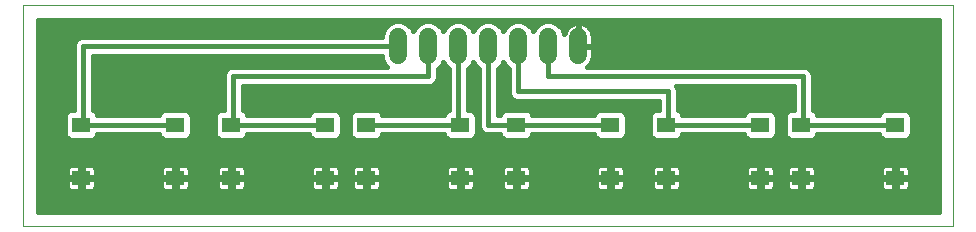
<source format=gtl>
G75*
%MOIN*%
%OFA0B0*%
%FSLAX25Y25*%
%IPPOS*%
%LPD*%
%AMOC8*
5,1,8,0,0,1.08239X$1,22.5*
%
%ADD10C,0.00000*%
%ADD11C,0.06000*%
%ADD12R,0.06102X0.05118*%
%ADD13C,0.01600*%
D10*
X0001367Y0001367D02*
X0001367Y0075068D01*
X0311288Y0075068D01*
X0311288Y0001367D01*
X0001367Y0001367D01*
D11*
X0126367Y0058367D02*
X0126367Y0064367D01*
X0136367Y0064367D02*
X0136367Y0058367D01*
X0146367Y0058367D02*
X0146367Y0064367D01*
X0156367Y0064367D02*
X0156367Y0058367D01*
X0166367Y0058367D02*
X0166367Y0064367D01*
X0176367Y0064367D02*
X0176367Y0058367D01*
X0186367Y0058367D02*
X0186367Y0064367D01*
D12*
X0197017Y0035225D03*
X0215717Y0035225D03*
X0247017Y0035225D03*
X0260717Y0035225D03*
X0292017Y0035225D03*
X0292017Y0017509D03*
X0260717Y0017509D03*
X0247017Y0017509D03*
X0215717Y0017509D03*
X0197017Y0017509D03*
X0165717Y0017509D03*
X0147017Y0017509D03*
X0115717Y0017509D03*
X0102017Y0017509D03*
X0070717Y0017509D03*
X0052017Y0017509D03*
X0020717Y0017509D03*
X0020717Y0035225D03*
X0052017Y0035225D03*
X0070717Y0035225D03*
X0102017Y0035225D03*
X0115717Y0035225D03*
X0147017Y0035225D03*
X0165717Y0035225D03*
D13*
X0156367Y0035225D01*
X0156367Y0061367D01*
X0146367Y0061367D02*
X0146367Y0035225D01*
X0147017Y0035225D01*
X0115717Y0035225D01*
X0110266Y0035493D02*
X0107468Y0035493D01*
X0107468Y0033895D02*
X0110266Y0033895D01*
X0110266Y0032296D02*
X0107468Y0032296D01*
X0107468Y0032189D02*
X0107468Y0038262D01*
X0107102Y0039144D01*
X0106427Y0039819D01*
X0105545Y0040184D01*
X0098488Y0040184D01*
X0097606Y0039819D01*
X0096931Y0039144D01*
X0096633Y0038425D01*
X0076101Y0038425D01*
X0075803Y0039144D01*
X0075128Y0039819D01*
X0074567Y0040051D01*
X0074567Y0048167D01*
X0137003Y0048167D01*
X0138180Y0048654D01*
X0139080Y0049554D01*
X0139567Y0050730D01*
X0139567Y0053930D01*
X0140945Y0055308D01*
X0141367Y0056327D01*
X0141789Y0055308D01*
X0143167Y0053930D01*
X0143167Y0040051D01*
X0142606Y0039819D01*
X0141931Y0039144D01*
X0141633Y0038425D01*
X0121101Y0038425D01*
X0120803Y0039144D01*
X0120128Y0039819D01*
X0119246Y0040184D01*
X0112189Y0040184D01*
X0111307Y0039819D01*
X0110632Y0039144D01*
X0110266Y0038262D01*
X0110266Y0032189D01*
X0110632Y0031307D01*
X0111307Y0030632D01*
X0112189Y0030266D01*
X0119246Y0030266D01*
X0120128Y0030632D01*
X0120803Y0031307D01*
X0121101Y0032025D01*
X0141633Y0032025D01*
X0141931Y0031307D01*
X0142606Y0030632D01*
X0143488Y0030266D01*
X0150545Y0030266D01*
X0151427Y0030632D01*
X0152102Y0031307D01*
X0152468Y0032189D01*
X0152468Y0038262D01*
X0152102Y0039144D01*
X0151427Y0039819D01*
X0150545Y0040184D01*
X0149567Y0040184D01*
X0149567Y0053930D01*
X0150945Y0055308D01*
X0151367Y0056327D01*
X0151789Y0055308D01*
X0153167Y0053930D01*
X0153167Y0034589D01*
X0153654Y0033413D01*
X0154554Y0032512D01*
X0155730Y0032025D01*
X0160334Y0032025D01*
X0160632Y0031307D01*
X0161307Y0030632D01*
X0162189Y0030266D01*
X0169246Y0030266D01*
X0170128Y0030632D01*
X0170803Y0031307D01*
X0171101Y0032025D01*
X0191633Y0032025D01*
X0191931Y0031307D01*
X0192606Y0030632D01*
X0193488Y0030266D01*
X0200545Y0030266D01*
X0201427Y0030632D01*
X0202102Y0031307D01*
X0202468Y0032189D01*
X0202468Y0038262D01*
X0202102Y0039144D01*
X0201427Y0039819D01*
X0200545Y0040184D01*
X0193488Y0040184D01*
X0192606Y0039819D01*
X0191931Y0039144D01*
X0191633Y0038425D01*
X0171101Y0038425D01*
X0170803Y0039144D01*
X0170128Y0039819D01*
X0169246Y0040184D01*
X0162189Y0040184D01*
X0161307Y0039819D01*
X0160632Y0039144D01*
X0160334Y0038425D01*
X0159567Y0038425D01*
X0159567Y0053930D01*
X0160945Y0055308D01*
X0161367Y0056327D01*
X0161789Y0055308D01*
X0163167Y0053930D01*
X0163167Y0045730D01*
X0163654Y0044554D01*
X0164554Y0043654D01*
X0165730Y0043167D01*
X0213167Y0043167D01*
X0213167Y0040184D01*
X0212189Y0040184D01*
X0211307Y0039819D01*
X0210632Y0039144D01*
X0210266Y0038262D01*
X0210266Y0032189D01*
X0210632Y0031307D01*
X0211307Y0030632D01*
X0212189Y0030266D01*
X0219246Y0030266D01*
X0220128Y0030632D01*
X0220803Y0031307D01*
X0221101Y0032025D01*
X0241633Y0032025D01*
X0241931Y0031307D01*
X0242606Y0030632D01*
X0243488Y0030266D01*
X0250545Y0030266D01*
X0251427Y0030632D01*
X0252102Y0031307D01*
X0252468Y0032189D01*
X0252468Y0038262D01*
X0252102Y0039144D01*
X0251427Y0039819D01*
X0250545Y0040184D01*
X0243488Y0040184D01*
X0242606Y0039819D01*
X0241931Y0039144D01*
X0241633Y0038425D01*
X0221101Y0038425D01*
X0220803Y0039144D01*
X0220128Y0039819D01*
X0219567Y0040051D01*
X0219567Y0047003D01*
X0219085Y0048167D01*
X0258167Y0048167D01*
X0258167Y0040184D01*
X0257189Y0040184D01*
X0256307Y0039819D01*
X0255632Y0039144D01*
X0255266Y0038262D01*
X0255266Y0032189D01*
X0255632Y0031307D01*
X0256307Y0030632D01*
X0257189Y0030266D01*
X0264246Y0030266D01*
X0265128Y0030632D01*
X0265803Y0031307D01*
X0266101Y0032025D01*
X0286633Y0032025D01*
X0286931Y0031307D01*
X0287606Y0030632D01*
X0288488Y0030266D01*
X0295545Y0030266D01*
X0296427Y0030632D01*
X0297102Y0031307D01*
X0297468Y0032189D01*
X0297468Y0038262D01*
X0297102Y0039144D01*
X0296427Y0039819D01*
X0295545Y0040184D01*
X0288488Y0040184D01*
X0287606Y0039819D01*
X0286931Y0039144D01*
X0286633Y0038425D01*
X0266101Y0038425D01*
X0265803Y0039144D01*
X0265128Y0039819D01*
X0264567Y0040051D01*
X0264567Y0052003D01*
X0264080Y0053180D01*
X0263180Y0054080D01*
X0262003Y0054567D01*
X0189303Y0054567D01*
X0189494Y0054706D01*
X0190028Y0055240D01*
X0190472Y0055851D01*
X0190815Y0056524D01*
X0191049Y0057243D01*
X0191167Y0057989D01*
X0191167Y0061167D01*
X0186567Y0061167D01*
X0186567Y0061567D01*
X0186167Y0061567D01*
X0186167Y0069167D01*
X0185989Y0069167D01*
X0185243Y0069049D01*
X0184524Y0068815D01*
X0183851Y0068472D01*
X0183240Y0068028D01*
X0182706Y0067494D01*
X0182262Y0066883D01*
X0181919Y0066209D01*
X0181712Y0065574D01*
X0180945Y0067426D01*
X0179426Y0068945D01*
X0177441Y0069767D01*
X0175293Y0069767D01*
X0173308Y0068945D01*
X0171789Y0067426D01*
X0171367Y0066407D01*
X0170945Y0067426D01*
X0169426Y0068945D01*
X0167441Y0069767D01*
X0165293Y0069767D01*
X0163308Y0068945D01*
X0161789Y0067426D01*
X0161367Y0066407D01*
X0160945Y0067426D01*
X0159426Y0068945D01*
X0157441Y0069767D01*
X0155293Y0069767D01*
X0153308Y0068945D01*
X0151789Y0067426D01*
X0151367Y0066407D01*
X0150945Y0067426D01*
X0149426Y0068945D01*
X0147441Y0069767D01*
X0145293Y0069767D01*
X0143308Y0068945D01*
X0141789Y0067426D01*
X0141367Y0066407D01*
X0140945Y0067426D01*
X0139426Y0068945D01*
X0137441Y0069767D01*
X0135293Y0069767D01*
X0133308Y0068945D01*
X0131789Y0067426D01*
X0131367Y0066407D01*
X0130945Y0067426D01*
X0129426Y0068945D01*
X0127441Y0069767D01*
X0125293Y0069767D01*
X0123308Y0068945D01*
X0121789Y0067426D01*
X0120967Y0065441D01*
X0120967Y0064567D01*
X0020730Y0064567D01*
X0019554Y0064080D01*
X0018654Y0063180D01*
X0018167Y0062003D01*
X0018167Y0040184D01*
X0017189Y0040184D01*
X0016307Y0039819D01*
X0015632Y0039144D01*
X0015266Y0038262D01*
X0015266Y0032189D01*
X0015632Y0031307D01*
X0016307Y0030632D01*
X0017189Y0030266D01*
X0024246Y0030266D01*
X0025128Y0030632D01*
X0025803Y0031307D01*
X0026101Y0032025D01*
X0046633Y0032025D01*
X0046931Y0031307D01*
X0047606Y0030632D01*
X0048488Y0030266D01*
X0055545Y0030266D01*
X0056427Y0030632D01*
X0057102Y0031307D01*
X0057468Y0032189D01*
X0057468Y0038262D01*
X0057102Y0039144D01*
X0056427Y0039819D01*
X0055545Y0040184D01*
X0048488Y0040184D01*
X0047606Y0039819D01*
X0046931Y0039144D01*
X0046633Y0038425D01*
X0026101Y0038425D01*
X0025803Y0039144D01*
X0025128Y0039819D01*
X0024567Y0040051D01*
X0024567Y0058167D01*
X0120967Y0058167D01*
X0120967Y0057293D01*
X0121789Y0055308D01*
X0122530Y0054567D01*
X0070730Y0054567D01*
X0069554Y0054080D01*
X0068654Y0053180D01*
X0068167Y0052003D01*
X0068167Y0040184D01*
X0067189Y0040184D01*
X0066307Y0039819D01*
X0065632Y0039144D01*
X0065266Y0038262D01*
X0065266Y0032189D01*
X0065632Y0031307D01*
X0066307Y0030632D01*
X0067189Y0030266D01*
X0074246Y0030266D01*
X0075128Y0030632D01*
X0075803Y0031307D01*
X0076101Y0032025D01*
X0096633Y0032025D01*
X0096931Y0031307D01*
X0097606Y0030632D01*
X0098488Y0030266D01*
X0105545Y0030266D01*
X0106427Y0030632D01*
X0107102Y0031307D01*
X0107468Y0032189D01*
X0106493Y0030697D02*
X0111241Y0030697D01*
X0120194Y0030697D02*
X0142540Y0030697D01*
X0151493Y0030697D02*
X0161241Y0030697D01*
X0155077Y0032296D02*
X0152468Y0032296D01*
X0152468Y0033895D02*
X0153454Y0033895D01*
X0153167Y0035493D02*
X0152468Y0035493D01*
X0152468Y0037092D02*
X0153167Y0037092D01*
X0153167Y0038690D02*
X0152290Y0038690D01*
X0153167Y0040289D02*
X0149567Y0040289D01*
X0149567Y0041887D02*
X0153167Y0041887D01*
X0153167Y0043486D02*
X0149567Y0043486D01*
X0149567Y0045084D02*
X0153167Y0045084D01*
X0159567Y0045084D02*
X0163435Y0045084D01*
X0164961Y0043486D02*
X0159567Y0043486D01*
X0159567Y0041887D02*
X0213167Y0041887D01*
X0213167Y0040289D02*
X0159567Y0040289D01*
X0159567Y0038690D02*
X0160444Y0038690D01*
X0170991Y0038690D02*
X0191743Y0038690D01*
X0202290Y0038690D02*
X0210444Y0038690D01*
X0210266Y0037092D02*
X0202468Y0037092D01*
X0202468Y0035493D02*
X0210266Y0035493D01*
X0215717Y0035225D02*
X0216367Y0035225D01*
X0216367Y0046367D01*
X0166367Y0046367D01*
X0166367Y0061367D01*
X0176367Y0061367D02*
X0176367Y0051367D01*
X0261367Y0051367D01*
X0261367Y0035225D01*
X0260717Y0035225D01*
X0292017Y0035225D01*
X0297468Y0035493D02*
X0306488Y0035493D01*
X0306488Y0033895D02*
X0297468Y0033895D01*
X0297468Y0032296D02*
X0306488Y0032296D01*
X0306488Y0030697D02*
X0296493Y0030697D01*
X0287540Y0030697D02*
X0265194Y0030697D01*
X0256241Y0030697D02*
X0251493Y0030697D01*
X0252468Y0032296D02*
X0255266Y0032296D01*
X0255266Y0033895D02*
X0252468Y0033895D01*
X0252468Y0035493D02*
X0255266Y0035493D01*
X0255266Y0037092D02*
X0252468Y0037092D01*
X0252290Y0038690D02*
X0255444Y0038690D01*
X0258167Y0040289D02*
X0219567Y0040289D01*
X0219567Y0041887D02*
X0258167Y0041887D01*
X0258167Y0043486D02*
X0219567Y0043486D01*
X0219567Y0045084D02*
X0258167Y0045084D01*
X0264567Y0045084D02*
X0306488Y0045084D01*
X0306488Y0043486D02*
X0264567Y0043486D01*
X0264567Y0041887D02*
X0306488Y0041887D01*
X0306488Y0040289D02*
X0264567Y0040289D01*
X0265991Y0038690D02*
X0286743Y0038690D01*
X0297290Y0038690D02*
X0306488Y0038690D01*
X0306488Y0037092D02*
X0297468Y0037092D01*
X0306488Y0029099D02*
X0006167Y0029099D01*
X0006167Y0030697D02*
X0016241Y0030697D01*
X0015266Y0032296D02*
X0006167Y0032296D01*
X0006167Y0033895D02*
X0015266Y0033895D01*
X0015266Y0035493D02*
X0006167Y0035493D01*
X0006167Y0037092D02*
X0015266Y0037092D01*
X0015444Y0038690D02*
X0006167Y0038690D01*
X0006167Y0040289D02*
X0018167Y0040289D01*
X0018167Y0041887D02*
X0006167Y0041887D01*
X0006167Y0043486D02*
X0018167Y0043486D01*
X0018167Y0045084D02*
X0006167Y0045084D01*
X0006167Y0046683D02*
X0018167Y0046683D01*
X0018167Y0048281D02*
X0006167Y0048281D01*
X0006167Y0049880D02*
X0018167Y0049880D01*
X0018167Y0051478D02*
X0006167Y0051478D01*
X0006167Y0053077D02*
X0018167Y0053077D01*
X0018167Y0054675D02*
X0006167Y0054675D01*
X0006167Y0056274D02*
X0018167Y0056274D01*
X0018167Y0057872D02*
X0006167Y0057872D01*
X0006167Y0059471D02*
X0018167Y0059471D01*
X0018167Y0061069D02*
X0006167Y0061069D01*
X0006167Y0062668D02*
X0018442Y0062668D01*
X0021367Y0061367D02*
X0126367Y0061367D01*
X0136367Y0061367D02*
X0136367Y0051367D01*
X0071367Y0051367D01*
X0071367Y0035225D01*
X0070717Y0035225D01*
X0102017Y0035225D01*
X0107468Y0037092D02*
X0110266Y0037092D01*
X0110444Y0038690D02*
X0107290Y0038690D01*
X0096743Y0038690D02*
X0075991Y0038690D01*
X0074567Y0040289D02*
X0143167Y0040289D01*
X0143167Y0041887D02*
X0074567Y0041887D01*
X0074567Y0043486D02*
X0143167Y0043486D01*
X0143167Y0045084D02*
X0074567Y0045084D01*
X0068167Y0045084D02*
X0024567Y0045084D01*
X0024567Y0043486D02*
X0068167Y0043486D01*
X0068167Y0041887D02*
X0024567Y0041887D01*
X0024567Y0040289D02*
X0068167Y0040289D01*
X0065444Y0038690D02*
X0057290Y0038690D01*
X0057468Y0037092D02*
X0065266Y0037092D01*
X0065266Y0035493D02*
X0057468Y0035493D01*
X0057468Y0033895D02*
X0065266Y0033895D01*
X0065266Y0032296D02*
X0057468Y0032296D01*
X0056493Y0030697D02*
X0066241Y0030697D01*
X0075194Y0030697D02*
X0097540Y0030697D01*
X0120991Y0038690D02*
X0141743Y0038690D01*
X0165717Y0035225D02*
X0197017Y0035225D01*
X0202468Y0033895D02*
X0210266Y0033895D01*
X0210266Y0032296D02*
X0202468Y0032296D01*
X0201493Y0030697D02*
X0211241Y0030697D01*
X0220194Y0030697D02*
X0242540Y0030697D01*
X0247017Y0035225D02*
X0215717Y0035225D01*
X0220991Y0038690D02*
X0241743Y0038690D01*
X0258167Y0046683D02*
X0219567Y0046683D01*
X0189452Y0054675D02*
X0306488Y0054675D01*
X0306488Y0053077D02*
X0264122Y0053077D01*
X0264567Y0051478D02*
X0306488Y0051478D01*
X0306488Y0049880D02*
X0264567Y0049880D01*
X0264567Y0048281D02*
X0306488Y0048281D01*
X0306488Y0046683D02*
X0264567Y0046683D01*
X0306488Y0056274D02*
X0190688Y0056274D01*
X0191148Y0057872D02*
X0306488Y0057872D01*
X0306488Y0059471D02*
X0191167Y0059471D01*
X0191167Y0061069D02*
X0306488Y0061069D01*
X0306367Y0061367D02*
X0186367Y0061367D01*
X0186567Y0061567D02*
X0186567Y0069167D01*
X0186745Y0069167D01*
X0187491Y0069049D01*
X0188209Y0068815D01*
X0188883Y0068472D01*
X0189494Y0068028D01*
X0190028Y0067494D01*
X0190472Y0066883D01*
X0190815Y0066209D01*
X0191049Y0065491D01*
X0191167Y0064745D01*
X0191167Y0061567D01*
X0186567Y0061567D01*
X0186567Y0062668D02*
X0186167Y0062668D01*
X0191167Y0062668D02*
X0306488Y0062668D01*
X0306367Y0061367D02*
X0306367Y0017509D01*
X0292017Y0017509D01*
X0260717Y0017509D01*
X0247017Y0017509D01*
X0215717Y0017509D01*
X0197017Y0017509D01*
X0165717Y0017509D01*
X0147017Y0017509D01*
X0115717Y0017509D01*
X0102017Y0017509D01*
X0070717Y0017509D01*
X0052017Y0017509D01*
X0020717Y0017509D01*
X0020238Y0017909D02*
X0006167Y0017909D01*
X0006167Y0016311D02*
X0015866Y0016311D01*
X0015866Y0017029D02*
X0015866Y0014713D01*
X0015989Y0014255D01*
X0016226Y0013844D01*
X0016561Y0013509D01*
X0016971Y0013272D01*
X0017429Y0013150D01*
X0020238Y0013150D01*
X0020238Y0017029D01*
X0021197Y0017029D01*
X0021197Y0017988D01*
X0025568Y0017988D01*
X0025568Y0020305D01*
X0025446Y0020762D01*
X0025209Y0021173D01*
X0024874Y0021508D01*
X0024463Y0021745D01*
X0024005Y0021868D01*
X0021197Y0021868D01*
X0021197Y0017988D01*
X0020238Y0017988D01*
X0020238Y0017029D01*
X0015866Y0017029D01*
X0015866Y0017988D02*
X0020238Y0017988D01*
X0020238Y0021868D01*
X0017429Y0021868D01*
X0016971Y0021745D01*
X0016561Y0021508D01*
X0016226Y0021173D01*
X0015989Y0020762D01*
X0015866Y0020305D01*
X0015866Y0017988D01*
X0021197Y0017909D02*
X0051537Y0017909D01*
X0051537Y0017988D02*
X0051537Y0017029D01*
X0052496Y0017029D01*
X0052496Y0013150D01*
X0055305Y0013150D01*
X0055762Y0013272D01*
X0056173Y0013509D01*
X0056508Y0013844D01*
X0056745Y0014255D01*
X0056868Y0014713D01*
X0056868Y0017029D01*
X0052496Y0017029D01*
X0052496Y0017988D01*
X0056868Y0017988D01*
X0056868Y0020305D01*
X0056745Y0020762D01*
X0056508Y0021173D01*
X0056173Y0021508D01*
X0055762Y0021745D01*
X0055305Y0021868D01*
X0052496Y0021868D01*
X0052496Y0017988D01*
X0051537Y0017988D01*
X0047165Y0017988D01*
X0047165Y0020305D01*
X0047288Y0020762D01*
X0047525Y0021173D01*
X0047860Y0021508D01*
X0048271Y0021745D01*
X0048728Y0021868D01*
X0051537Y0021868D01*
X0051537Y0017988D01*
X0051537Y0017029D02*
X0047165Y0017029D01*
X0047165Y0014713D01*
X0047288Y0014255D01*
X0047525Y0013844D01*
X0047860Y0013509D01*
X0048271Y0013272D01*
X0048728Y0013150D01*
X0051537Y0013150D01*
X0051537Y0017029D01*
X0051537Y0016311D02*
X0052496Y0016311D01*
X0047165Y0016311D02*
X0025568Y0016311D01*
X0025568Y0017029D02*
X0021197Y0017029D01*
X0021197Y0013150D01*
X0024005Y0013150D01*
X0024463Y0013272D01*
X0024874Y0013509D01*
X0025209Y0013844D01*
X0025446Y0014255D01*
X0025568Y0014713D01*
X0025568Y0017029D01*
X0021197Y0016311D02*
X0020238Y0016311D01*
X0020238Y0014712D02*
X0021197Y0014712D01*
X0015866Y0014712D02*
X0006167Y0014712D01*
X0006167Y0013114D02*
X0306488Y0013114D01*
X0306488Y0014712D02*
X0296868Y0014712D01*
X0296868Y0014713D02*
X0296868Y0017029D01*
X0292496Y0017029D01*
X0292496Y0013150D01*
X0295305Y0013150D01*
X0295762Y0013272D01*
X0296173Y0013509D01*
X0296508Y0013844D01*
X0296745Y0014255D01*
X0296868Y0014713D01*
X0292496Y0014712D02*
X0291537Y0014712D01*
X0291537Y0013150D02*
X0288728Y0013150D01*
X0288271Y0013272D01*
X0287860Y0013509D01*
X0287525Y0013844D01*
X0287288Y0014255D01*
X0287165Y0014713D01*
X0287165Y0017029D01*
X0291537Y0017029D01*
X0292496Y0017029D01*
X0292496Y0017988D01*
X0296868Y0017988D01*
X0296868Y0020305D01*
X0296745Y0020762D01*
X0296508Y0021173D01*
X0296173Y0021508D01*
X0295762Y0021745D01*
X0295305Y0021868D01*
X0292496Y0021868D01*
X0292496Y0017988D01*
X0291537Y0017988D01*
X0291537Y0017029D01*
X0291537Y0013150D01*
X0287165Y0014712D02*
X0265568Y0014712D01*
X0265568Y0014713D02*
X0265568Y0017029D01*
X0261197Y0017029D01*
X0261197Y0017988D01*
X0265568Y0017988D01*
X0265568Y0020305D01*
X0265446Y0020762D01*
X0265209Y0021173D01*
X0264874Y0021508D01*
X0264463Y0021745D01*
X0264005Y0021868D01*
X0261197Y0021868D01*
X0261197Y0017988D01*
X0260238Y0017988D01*
X0260238Y0017029D01*
X0261197Y0017029D01*
X0261197Y0013150D01*
X0264005Y0013150D01*
X0264463Y0013272D01*
X0264874Y0013509D01*
X0265209Y0013844D01*
X0265446Y0014255D01*
X0265568Y0014713D01*
X0261197Y0014712D02*
X0260238Y0014712D01*
X0260238Y0013150D02*
X0257429Y0013150D01*
X0256971Y0013272D01*
X0256561Y0013509D01*
X0256226Y0013844D01*
X0255989Y0014255D01*
X0255866Y0014713D01*
X0255866Y0017029D01*
X0260238Y0017029D01*
X0260238Y0013150D01*
X0255866Y0014712D02*
X0251868Y0014712D01*
X0251868Y0014713D02*
X0251868Y0017029D01*
X0247496Y0017029D01*
X0247496Y0013150D01*
X0250305Y0013150D01*
X0250762Y0013272D01*
X0251173Y0013509D01*
X0251508Y0013844D01*
X0251745Y0014255D01*
X0251868Y0014713D01*
X0251868Y0016311D02*
X0255866Y0016311D01*
X0255866Y0017988D02*
X0260238Y0017988D01*
X0260238Y0021868D01*
X0257429Y0021868D01*
X0256971Y0021745D01*
X0256561Y0021508D01*
X0256226Y0021173D01*
X0255989Y0020762D01*
X0255866Y0020305D01*
X0255866Y0017988D01*
X0251868Y0017988D02*
X0251868Y0020305D01*
X0251745Y0020762D01*
X0251508Y0021173D01*
X0251173Y0021508D01*
X0250762Y0021745D01*
X0250305Y0021868D01*
X0247496Y0021868D01*
X0247496Y0017988D01*
X0251868Y0017988D01*
X0251868Y0019508D02*
X0255866Y0019508D01*
X0256187Y0021106D02*
X0251546Y0021106D01*
X0247496Y0021106D02*
X0246537Y0021106D01*
X0246537Y0021868D02*
X0243728Y0021868D01*
X0243271Y0021745D01*
X0242860Y0021508D01*
X0242525Y0021173D01*
X0242288Y0020762D01*
X0242165Y0020305D01*
X0242165Y0017988D01*
X0246537Y0017988D01*
X0246537Y0017029D01*
X0247496Y0017029D01*
X0247496Y0017988D01*
X0246537Y0017988D01*
X0246537Y0021868D01*
X0242487Y0021106D02*
X0220247Y0021106D01*
X0220209Y0021173D02*
X0219874Y0021508D01*
X0219463Y0021745D01*
X0219005Y0021868D01*
X0216197Y0021868D01*
X0216197Y0017988D01*
X0220568Y0017988D01*
X0220568Y0020305D01*
X0220446Y0020762D01*
X0220209Y0021173D01*
X0220568Y0019508D02*
X0242165Y0019508D01*
X0246537Y0019508D02*
X0247496Y0019508D01*
X0247496Y0017909D02*
X0260238Y0017909D01*
X0261197Y0017909D02*
X0291537Y0017909D01*
X0291537Y0017988D02*
X0287165Y0017988D01*
X0287165Y0020305D01*
X0287288Y0020762D01*
X0287525Y0021173D01*
X0287860Y0021508D01*
X0288271Y0021745D01*
X0288728Y0021868D01*
X0291537Y0021868D01*
X0291537Y0017988D01*
X0292496Y0017909D02*
X0306488Y0017909D01*
X0306488Y0016311D02*
X0296868Y0016311D01*
X0292496Y0016311D02*
X0291537Y0016311D01*
X0287165Y0016311D02*
X0265568Y0016311D01*
X0261197Y0016311D02*
X0260238Y0016311D01*
X0260238Y0019508D02*
X0261197Y0019508D01*
X0265568Y0019508D02*
X0287165Y0019508D01*
X0287487Y0021106D02*
X0265247Y0021106D01*
X0261197Y0021106D02*
X0260238Y0021106D01*
X0246537Y0017909D02*
X0216197Y0017909D01*
X0216197Y0017988D02*
X0216197Y0017029D01*
X0220568Y0017029D01*
X0220568Y0014713D01*
X0220446Y0014255D01*
X0220209Y0013844D01*
X0219874Y0013509D01*
X0219463Y0013272D01*
X0219005Y0013150D01*
X0216197Y0013150D01*
X0216197Y0017029D01*
X0215238Y0017029D01*
X0215238Y0013150D01*
X0212429Y0013150D01*
X0211971Y0013272D01*
X0211561Y0013509D01*
X0211226Y0013844D01*
X0210989Y0014255D01*
X0210866Y0014713D01*
X0210866Y0017029D01*
X0215238Y0017029D01*
X0215238Y0017988D01*
X0210866Y0017988D01*
X0210866Y0020305D01*
X0210989Y0020762D01*
X0211226Y0021173D01*
X0211561Y0021508D01*
X0211971Y0021745D01*
X0212429Y0021868D01*
X0215238Y0021868D01*
X0215238Y0017988D01*
X0216197Y0017988D01*
X0215238Y0017909D02*
X0197496Y0017909D01*
X0197496Y0017988D02*
X0201868Y0017988D01*
X0201868Y0020305D01*
X0201745Y0020762D01*
X0201508Y0021173D01*
X0201173Y0021508D01*
X0200762Y0021745D01*
X0200305Y0021868D01*
X0197496Y0021868D01*
X0197496Y0017988D01*
X0197496Y0017029D01*
X0197496Y0013150D01*
X0200305Y0013150D01*
X0200762Y0013272D01*
X0201173Y0013509D01*
X0201508Y0013844D01*
X0201745Y0014255D01*
X0201868Y0014713D01*
X0201868Y0017029D01*
X0197496Y0017029D01*
X0196537Y0017029D01*
X0196537Y0013150D01*
X0193728Y0013150D01*
X0193271Y0013272D01*
X0192860Y0013509D01*
X0192525Y0013844D01*
X0192288Y0014255D01*
X0192165Y0014713D01*
X0192165Y0017029D01*
X0196537Y0017029D01*
X0196537Y0017988D01*
X0192165Y0017988D01*
X0192165Y0020305D01*
X0192288Y0020762D01*
X0192525Y0021173D01*
X0192860Y0021508D01*
X0193271Y0021745D01*
X0193728Y0021868D01*
X0196537Y0021868D01*
X0196537Y0017988D01*
X0197496Y0017988D01*
X0196537Y0017909D02*
X0166197Y0017909D01*
X0166197Y0017988D02*
X0170568Y0017988D01*
X0170568Y0020305D01*
X0170446Y0020762D01*
X0170209Y0021173D01*
X0169874Y0021508D01*
X0169463Y0021745D01*
X0169005Y0021868D01*
X0166197Y0021868D01*
X0166197Y0017988D01*
X0166197Y0017029D01*
X0170568Y0017029D01*
X0170568Y0014713D01*
X0170446Y0014255D01*
X0170209Y0013844D01*
X0169874Y0013509D01*
X0169463Y0013272D01*
X0169005Y0013150D01*
X0166197Y0013150D01*
X0166197Y0017029D01*
X0165238Y0017029D01*
X0165238Y0013150D01*
X0162429Y0013150D01*
X0161971Y0013272D01*
X0161561Y0013509D01*
X0161226Y0013844D01*
X0160989Y0014255D01*
X0160866Y0014713D01*
X0160866Y0017029D01*
X0165238Y0017029D01*
X0165238Y0017988D01*
X0160866Y0017988D01*
X0160866Y0020305D01*
X0160989Y0020762D01*
X0161226Y0021173D01*
X0161561Y0021508D01*
X0161971Y0021745D01*
X0162429Y0021868D01*
X0165238Y0021868D01*
X0165238Y0017988D01*
X0166197Y0017988D01*
X0165238Y0017909D02*
X0147496Y0017909D01*
X0147496Y0017988D02*
X0151868Y0017988D01*
X0151868Y0020305D01*
X0151745Y0020762D01*
X0151508Y0021173D01*
X0151173Y0021508D01*
X0150762Y0021745D01*
X0150305Y0021868D01*
X0147496Y0021868D01*
X0147496Y0017988D01*
X0147496Y0017029D01*
X0147496Y0013150D01*
X0150305Y0013150D01*
X0150762Y0013272D01*
X0151173Y0013509D01*
X0151508Y0013844D01*
X0151745Y0014255D01*
X0151868Y0014713D01*
X0151868Y0017029D01*
X0147496Y0017029D01*
X0146537Y0017029D01*
X0146537Y0013150D01*
X0143728Y0013150D01*
X0143271Y0013272D01*
X0142860Y0013509D01*
X0142525Y0013844D01*
X0142288Y0014255D01*
X0142165Y0014713D01*
X0142165Y0017029D01*
X0146537Y0017029D01*
X0146537Y0017988D01*
X0142165Y0017988D01*
X0142165Y0020305D01*
X0142288Y0020762D01*
X0142525Y0021173D01*
X0142860Y0021508D01*
X0143271Y0021745D01*
X0143728Y0021868D01*
X0146537Y0021868D01*
X0146537Y0017988D01*
X0147496Y0017988D01*
X0146537Y0017909D02*
X0116197Y0017909D01*
X0116197Y0017988D02*
X0120568Y0017988D01*
X0120568Y0020305D01*
X0120446Y0020762D01*
X0120209Y0021173D01*
X0119874Y0021508D01*
X0119463Y0021745D01*
X0119005Y0021868D01*
X0116197Y0021868D01*
X0116197Y0017988D01*
X0116197Y0017029D01*
X0120568Y0017029D01*
X0120568Y0014713D01*
X0120446Y0014255D01*
X0120209Y0013844D01*
X0119874Y0013509D01*
X0119463Y0013272D01*
X0119005Y0013150D01*
X0116197Y0013150D01*
X0116197Y0017029D01*
X0115238Y0017029D01*
X0115238Y0013150D01*
X0112429Y0013150D01*
X0111971Y0013272D01*
X0111561Y0013509D01*
X0111226Y0013844D01*
X0110989Y0014255D01*
X0110866Y0014713D01*
X0110866Y0017029D01*
X0115238Y0017029D01*
X0115238Y0017988D01*
X0110866Y0017988D01*
X0110866Y0020305D01*
X0110989Y0020762D01*
X0111226Y0021173D01*
X0111561Y0021508D01*
X0111971Y0021745D01*
X0112429Y0021868D01*
X0115238Y0021868D01*
X0115238Y0017988D01*
X0116197Y0017988D01*
X0115238Y0017909D02*
X0102496Y0017909D01*
X0102496Y0017988D02*
X0106868Y0017988D01*
X0106868Y0020305D01*
X0106745Y0020762D01*
X0106508Y0021173D01*
X0106173Y0021508D01*
X0105762Y0021745D01*
X0105305Y0021868D01*
X0102496Y0021868D01*
X0102496Y0017988D01*
X0102496Y0017029D01*
X0102496Y0013150D01*
X0105305Y0013150D01*
X0105762Y0013272D01*
X0106173Y0013509D01*
X0106508Y0013844D01*
X0106745Y0014255D01*
X0106868Y0014713D01*
X0106868Y0017029D01*
X0102496Y0017029D01*
X0101537Y0017029D01*
X0101537Y0013150D01*
X0098728Y0013150D01*
X0098271Y0013272D01*
X0097860Y0013509D01*
X0097525Y0013844D01*
X0097288Y0014255D01*
X0097165Y0014713D01*
X0097165Y0017029D01*
X0101537Y0017029D01*
X0101537Y0017988D01*
X0097165Y0017988D01*
X0097165Y0020305D01*
X0097288Y0020762D01*
X0097525Y0021173D01*
X0097860Y0021508D01*
X0098271Y0021745D01*
X0098728Y0021868D01*
X0101537Y0021868D01*
X0101537Y0017988D01*
X0102496Y0017988D01*
X0101537Y0017909D02*
X0071197Y0017909D01*
X0071197Y0017988D02*
X0075568Y0017988D01*
X0075568Y0020305D01*
X0075446Y0020762D01*
X0075209Y0021173D01*
X0074874Y0021508D01*
X0074463Y0021745D01*
X0074005Y0021868D01*
X0071197Y0021868D01*
X0071197Y0017988D01*
X0071197Y0017029D01*
X0075568Y0017029D01*
X0075568Y0014713D01*
X0075446Y0014255D01*
X0075209Y0013844D01*
X0074874Y0013509D01*
X0074463Y0013272D01*
X0074005Y0013150D01*
X0071197Y0013150D01*
X0071197Y0017029D01*
X0070238Y0017029D01*
X0070238Y0013150D01*
X0067429Y0013150D01*
X0066971Y0013272D01*
X0066561Y0013509D01*
X0066226Y0013844D01*
X0065989Y0014255D01*
X0065866Y0014713D01*
X0065866Y0017029D01*
X0070238Y0017029D01*
X0070238Y0017988D01*
X0065866Y0017988D01*
X0065866Y0020305D01*
X0065989Y0020762D01*
X0066226Y0021173D01*
X0066561Y0021508D01*
X0066971Y0021745D01*
X0067429Y0021868D01*
X0070238Y0021868D01*
X0070238Y0017988D01*
X0071197Y0017988D01*
X0070238Y0017909D02*
X0052496Y0017909D01*
X0052496Y0019508D02*
X0051537Y0019508D01*
X0047165Y0019508D02*
X0025568Y0019508D01*
X0025247Y0021106D02*
X0047487Y0021106D01*
X0051537Y0021106D02*
X0052496Y0021106D01*
X0056546Y0021106D02*
X0066187Y0021106D01*
X0070238Y0021106D02*
X0071197Y0021106D01*
X0071197Y0019508D02*
X0070238Y0019508D01*
X0065866Y0019508D02*
X0056868Y0019508D01*
X0056868Y0016311D02*
X0065866Y0016311D01*
X0070238Y0016311D02*
X0071197Y0016311D01*
X0071197Y0014712D02*
X0070238Y0014712D01*
X0065866Y0014712D02*
X0056868Y0014712D01*
X0052496Y0014712D02*
X0051537Y0014712D01*
X0047165Y0014712D02*
X0025568Y0014712D01*
X0021197Y0019508D02*
X0020238Y0019508D01*
X0015866Y0019508D02*
X0006167Y0019508D01*
X0006167Y0021106D02*
X0016187Y0021106D01*
X0020238Y0021106D02*
X0021197Y0021106D01*
X0006167Y0022705D02*
X0306488Y0022705D01*
X0306488Y0024303D02*
X0006167Y0024303D01*
X0006167Y0025902D02*
X0306488Y0025902D01*
X0306488Y0027500D02*
X0006167Y0027500D01*
X0025194Y0030697D02*
X0047540Y0030697D01*
X0052017Y0035225D02*
X0020717Y0035225D01*
X0021367Y0035225D01*
X0021367Y0061367D01*
X0020004Y0064266D02*
X0006167Y0064266D01*
X0006167Y0065865D02*
X0121142Y0065865D01*
X0121826Y0067463D02*
X0006167Y0067463D01*
X0006167Y0069062D02*
X0123590Y0069062D01*
X0129143Y0069062D02*
X0133590Y0069062D01*
X0131826Y0067463D02*
X0130907Y0067463D01*
X0139143Y0069062D02*
X0143590Y0069062D01*
X0141826Y0067463D02*
X0140907Y0067463D01*
X0149143Y0069062D02*
X0153590Y0069062D01*
X0159143Y0069062D02*
X0163590Y0069062D01*
X0169143Y0069062D02*
X0173590Y0069062D01*
X0171826Y0067463D02*
X0170907Y0067463D01*
X0179143Y0069062D02*
X0185325Y0069062D01*
X0186167Y0069062D02*
X0186567Y0069062D01*
X0187409Y0069062D02*
X0306488Y0069062D01*
X0306488Y0070268D02*
X0006167Y0070268D01*
X0006167Y0006167D01*
X0306488Y0006167D01*
X0306488Y0070268D01*
X0306488Y0067463D02*
X0190050Y0067463D01*
X0186567Y0067463D02*
X0186167Y0067463D01*
X0182683Y0067463D02*
X0180907Y0067463D01*
X0181591Y0065865D02*
X0181807Y0065865D01*
X0186167Y0065865D02*
X0186567Y0065865D01*
X0190927Y0065865D02*
X0306488Y0065865D01*
X0306488Y0064266D02*
X0191167Y0064266D01*
X0186567Y0064266D02*
X0186167Y0064266D01*
X0161826Y0067463D02*
X0160907Y0067463D01*
X0151826Y0067463D02*
X0150907Y0067463D01*
X0120967Y0057872D02*
X0024567Y0057872D01*
X0024567Y0056274D02*
X0121389Y0056274D01*
X0122422Y0054675D02*
X0024567Y0054675D01*
X0024567Y0053077D02*
X0068611Y0053077D01*
X0068167Y0051478D02*
X0024567Y0051478D01*
X0024567Y0049880D02*
X0068167Y0049880D01*
X0068167Y0048281D02*
X0024567Y0048281D01*
X0024567Y0046683D02*
X0068167Y0046683D01*
X0074567Y0046683D02*
X0143167Y0046683D01*
X0143167Y0048281D02*
X0137279Y0048281D01*
X0139215Y0049880D02*
X0143167Y0049880D01*
X0143167Y0051478D02*
X0139567Y0051478D01*
X0139567Y0053077D02*
X0143167Y0053077D01*
X0142422Y0054675D02*
X0140312Y0054675D01*
X0141345Y0056274D02*
X0141389Y0056274D01*
X0150312Y0054675D02*
X0152422Y0054675D01*
X0153167Y0053077D02*
X0149567Y0053077D01*
X0149567Y0051478D02*
X0153167Y0051478D01*
X0153167Y0049880D02*
X0149567Y0049880D01*
X0149567Y0048281D02*
X0153167Y0048281D01*
X0153167Y0046683D02*
X0149567Y0046683D01*
X0159567Y0046683D02*
X0163167Y0046683D01*
X0163167Y0048281D02*
X0159567Y0048281D01*
X0159567Y0049880D02*
X0163167Y0049880D01*
X0163167Y0051478D02*
X0159567Y0051478D01*
X0159567Y0053077D02*
X0163167Y0053077D01*
X0162422Y0054675D02*
X0160312Y0054675D01*
X0161345Y0056274D02*
X0161389Y0056274D01*
X0151389Y0056274D02*
X0151345Y0056274D01*
X0170194Y0030697D02*
X0192540Y0030697D01*
X0192487Y0021106D02*
X0170247Y0021106D01*
X0166197Y0021106D02*
X0165238Y0021106D01*
X0161187Y0021106D02*
X0151546Y0021106D01*
X0147496Y0021106D02*
X0146537Y0021106D01*
X0142487Y0021106D02*
X0120247Y0021106D01*
X0116197Y0021106D02*
X0115238Y0021106D01*
X0111187Y0021106D02*
X0106546Y0021106D01*
X0102496Y0021106D02*
X0101537Y0021106D01*
X0097487Y0021106D02*
X0075247Y0021106D01*
X0075568Y0019508D02*
X0097165Y0019508D01*
X0101537Y0019508D02*
X0102496Y0019508D01*
X0106868Y0019508D02*
X0110866Y0019508D01*
X0115238Y0019508D02*
X0116197Y0019508D01*
X0120568Y0019508D02*
X0142165Y0019508D01*
X0146537Y0019508D02*
X0147496Y0019508D01*
X0151868Y0019508D02*
X0160866Y0019508D01*
X0165238Y0019508D02*
X0166197Y0019508D01*
X0170568Y0019508D02*
X0192165Y0019508D01*
X0196537Y0019508D02*
X0197496Y0019508D01*
X0201868Y0019508D02*
X0210866Y0019508D01*
X0215238Y0019508D02*
X0216197Y0019508D01*
X0216197Y0021106D02*
X0215238Y0021106D01*
X0211187Y0021106D02*
X0201546Y0021106D01*
X0197496Y0021106D02*
X0196537Y0021106D01*
X0196537Y0016311D02*
X0197496Y0016311D01*
X0201868Y0016311D02*
X0210866Y0016311D01*
X0215238Y0016311D02*
X0216197Y0016311D01*
X0216197Y0014712D02*
X0215238Y0014712D01*
X0210866Y0014712D02*
X0201868Y0014712D01*
X0197496Y0014712D02*
X0196537Y0014712D01*
X0192165Y0014712D02*
X0170568Y0014712D01*
X0166197Y0014712D02*
X0165238Y0014712D01*
X0160866Y0014712D02*
X0151868Y0014712D01*
X0147496Y0014712D02*
X0146537Y0014712D01*
X0142165Y0014712D02*
X0120568Y0014712D01*
X0116197Y0014712D02*
X0115238Y0014712D01*
X0110866Y0014712D02*
X0106868Y0014712D01*
X0106868Y0016311D02*
X0110866Y0016311D01*
X0115238Y0016311D02*
X0116197Y0016311D01*
X0120568Y0016311D02*
X0142165Y0016311D01*
X0146537Y0016311D02*
X0147496Y0016311D01*
X0151868Y0016311D02*
X0160866Y0016311D01*
X0165238Y0016311D02*
X0166197Y0016311D01*
X0170568Y0016311D02*
X0192165Y0016311D01*
X0220568Y0016311D02*
X0242165Y0016311D01*
X0242165Y0017029D02*
X0242165Y0014713D01*
X0242288Y0014255D01*
X0242525Y0013844D01*
X0242860Y0013509D01*
X0243271Y0013272D01*
X0243728Y0013150D01*
X0246537Y0013150D01*
X0246537Y0017029D01*
X0242165Y0017029D01*
X0246537Y0016311D02*
X0247496Y0016311D01*
X0247496Y0014712D02*
X0246537Y0014712D01*
X0242165Y0014712D02*
X0220568Y0014712D01*
X0291537Y0019508D02*
X0292496Y0019508D01*
X0296868Y0019508D02*
X0306488Y0019508D01*
X0306488Y0021106D02*
X0296546Y0021106D01*
X0292496Y0021106D02*
X0291537Y0021106D01*
X0306488Y0011515D02*
X0006167Y0011515D01*
X0006167Y0009917D02*
X0306488Y0009917D01*
X0306488Y0008318D02*
X0006167Y0008318D01*
X0006167Y0006720D02*
X0306488Y0006720D01*
X0102496Y0014712D02*
X0101537Y0014712D01*
X0101537Y0016311D02*
X0102496Y0016311D01*
X0097165Y0016311D02*
X0075568Y0016311D01*
X0075568Y0014712D02*
X0097165Y0014712D01*
X0046743Y0038690D02*
X0025991Y0038690D01*
M02*

</source>
